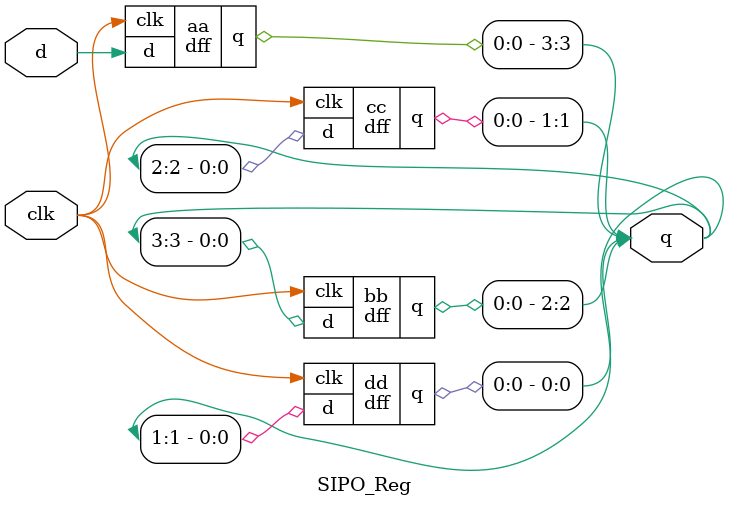
<source format=v>
`timescale 1ns / 1ps
module dff(d,clk,q);
    input d,clk;
    output q;
    reg q=0;
    always @ (posedge clk)
    begin
    q<=d;
    end
endmodule 


module SIPO_Reg(d, clk, q);
input d,clk;
    output [3:0]q;
    dff aa(d, clk, q[3]);
    dff bb(q[3], clk, q[2]);
    dff cc(q[2], clk, q[1]);
    dff dd(q[1], clk, q[0]);
endmodule

</source>
